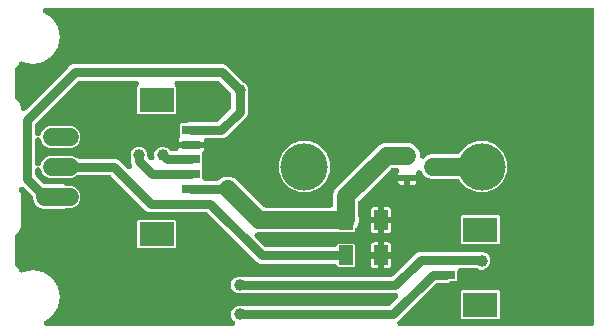
<source format=gbr>
G04 EAGLE Gerber X2 export*
%TF.Part,Single*%
%TF.FileFunction,Copper,L1,Top,Mixed*%
%TF.FilePolarity,Positive*%
%TF.GenerationSoftware,Autodesk,EAGLE,9.1.0*%
%TF.CreationDate,2020-08-17T16:38:24Z*%
G75*
%MOMM*%
%FSLAX34Y34*%
%LPD*%
%AMOC8*
5,1,8,0,0,1.08239X$1,22.5*%
G01*
%ADD10R,1.050000X0.600000*%
%ADD11R,1.600000X0.800000*%
%ADD12R,3.000000X2.100000*%
%ADD13C,1.524000*%
%ADD14R,1.160000X1.680000*%
%ADD15C,1.000000*%
%ADD16C,0.800000*%
%ADD17C,1.500000*%
%ADD18C,0.500000*%
%ADD19C,4.000000*%

G36*
X189036Y10178D02*
X189036Y10178D01*
X189173Y10181D01*
X189258Y10198D01*
X189345Y10206D01*
X189477Y10242D01*
X189611Y10269D01*
X189692Y10301D01*
X189776Y10324D01*
X189899Y10383D01*
X190026Y10434D01*
X190100Y10480D01*
X190178Y10517D01*
X190289Y10598D01*
X190405Y10670D01*
X190470Y10728D01*
X190540Y10779D01*
X190635Y10878D01*
X190736Y10970D01*
X190790Y11039D01*
X190850Y11101D01*
X190925Y11215D01*
X191009Y11324D01*
X191049Y11401D01*
X191097Y11473D01*
X191151Y11599D01*
X191214Y11721D01*
X191240Y11804D01*
X191274Y11884D01*
X191305Y12017D01*
X191345Y12148D01*
X191355Y12234D01*
X191375Y12319D01*
X191382Y12455D01*
X191398Y12591D01*
X191393Y12678D01*
X191397Y12765D01*
X191380Y12900D01*
X191371Y13037D01*
X191351Y13122D01*
X191340Y13208D01*
X191298Y13338D01*
X191266Y13471D01*
X191230Y13550D01*
X191204Y13633D01*
X191140Y13754D01*
X191084Y13879D01*
X191036Y13951D01*
X190995Y14028D01*
X190910Y14136D01*
X190833Y14249D01*
X190742Y14350D01*
X190719Y14379D01*
X190701Y14395D01*
X190667Y14432D01*
X189065Y16034D01*
X187999Y18607D01*
X187999Y21393D01*
X189065Y23966D01*
X191034Y25935D01*
X193607Y27001D01*
X321065Y27001D01*
X321251Y27017D01*
X321437Y27029D01*
X321473Y27037D01*
X321510Y27041D01*
X321690Y27090D01*
X321871Y27134D01*
X321905Y27149D01*
X321941Y27159D01*
X322109Y27240D01*
X322279Y27316D01*
X322310Y27336D01*
X322343Y27352D01*
X322494Y27462D01*
X322649Y27567D01*
X322686Y27601D01*
X322705Y27614D01*
X322731Y27641D01*
X322832Y27733D01*
X328832Y33733D01*
X328920Y33838D01*
X329015Y33936D01*
X329063Y34009D01*
X329119Y34076D01*
X329186Y34194D01*
X329262Y34308D01*
X329296Y34388D01*
X329339Y34464D01*
X329385Y34593D01*
X329439Y34719D01*
X329459Y34803D01*
X329488Y34885D01*
X329509Y35021D01*
X329540Y35154D01*
X329544Y35240D01*
X329558Y35326D01*
X329555Y35463D01*
X329562Y35600D01*
X329551Y35686D01*
X329549Y35773D01*
X329522Y35907D01*
X329505Y36043D01*
X329478Y36126D01*
X329461Y36211D01*
X329411Y36338D01*
X329369Y36468D01*
X329328Y36545D01*
X329296Y36626D01*
X329224Y36742D01*
X329160Y36863D01*
X329106Y36931D01*
X329060Y37005D01*
X328968Y37107D01*
X328884Y37214D01*
X328819Y37272D01*
X328760Y37336D01*
X328652Y37420D01*
X328549Y37511D01*
X328475Y37556D01*
X328406Y37609D01*
X328285Y37672D01*
X328168Y37743D01*
X328087Y37774D01*
X328009Y37814D01*
X327879Y37854D01*
X327751Y37903D01*
X327665Y37920D01*
X327582Y37945D01*
X327447Y37961D01*
X327312Y37987D01*
X327176Y37994D01*
X327139Y37998D01*
X327115Y37997D01*
X327065Y37999D01*
X193607Y37999D01*
X191034Y39065D01*
X189065Y41034D01*
X187999Y43607D01*
X187999Y46393D01*
X189065Y48966D01*
X191034Y50935D01*
X193607Y52001D01*
X323065Y52001D01*
X323251Y52017D01*
X323437Y52029D01*
X323473Y52037D01*
X323510Y52041D01*
X323690Y52090D01*
X323871Y52134D01*
X323905Y52149D01*
X323941Y52159D01*
X324109Y52240D01*
X324279Y52316D01*
X324310Y52336D01*
X324343Y52352D01*
X324494Y52462D01*
X324649Y52567D01*
X324686Y52601D01*
X324705Y52614D01*
X324731Y52641D01*
X324832Y52733D01*
X341964Y69864D01*
X344284Y72185D01*
X346857Y73251D01*
X401393Y73251D01*
X403966Y72185D01*
X405935Y70216D01*
X407001Y67643D01*
X407001Y63607D01*
X405935Y61034D01*
X403966Y59065D01*
X401393Y57999D01*
X398607Y57999D01*
X396049Y59059D01*
X395912Y59102D01*
X395779Y59153D01*
X395699Y59168D01*
X395623Y59192D01*
X395481Y59210D01*
X395340Y59237D01*
X395217Y59243D01*
X395179Y59248D01*
X395153Y59246D01*
X395093Y59249D01*
X382024Y59249D01*
X381974Y59245D01*
X381924Y59247D01*
X381752Y59225D01*
X381579Y59209D01*
X381531Y59196D01*
X381481Y59190D01*
X381316Y59137D01*
X381148Y59091D01*
X381103Y59069D01*
X381056Y59054D01*
X380902Y58973D01*
X380746Y58898D01*
X380705Y58868D01*
X380661Y58845D01*
X380524Y58738D01*
X380384Y58636D01*
X380349Y58600D01*
X380310Y58569D01*
X380194Y58439D01*
X380074Y58314D01*
X380047Y58272D01*
X380013Y58234D01*
X379923Y58086D01*
X379827Y57942D01*
X379807Y57896D01*
X379781Y57853D01*
X379719Y57691D01*
X379650Y57531D01*
X379639Y57483D01*
X379621Y57436D01*
X379588Y57265D01*
X379549Y57096D01*
X379546Y57046D01*
X379537Y56997D01*
X379525Y56750D01*
X379525Y49118D01*
X378632Y48225D01*
X375411Y48225D01*
X375225Y48209D01*
X375039Y48197D01*
X375003Y48189D01*
X374966Y48185D01*
X374786Y48136D01*
X374605Y48092D01*
X374571Y48077D01*
X374535Y48067D01*
X374367Y47986D01*
X374208Y47915D01*
X371393Y46749D01*
X362685Y46749D01*
X362499Y46733D01*
X362313Y46721D01*
X362277Y46713D01*
X362240Y46709D01*
X362060Y46660D01*
X361879Y46616D01*
X361845Y46601D01*
X361809Y46591D01*
X361641Y46510D01*
X361471Y46434D01*
X361440Y46414D01*
X361407Y46398D01*
X361256Y46288D01*
X361101Y46183D01*
X361064Y46149D01*
X361045Y46136D01*
X361019Y46109D01*
X360918Y46017D01*
X331286Y16386D01*
X329333Y14432D01*
X329245Y14327D01*
X329150Y14229D01*
X329102Y14156D01*
X329046Y14089D01*
X328979Y13970D01*
X328903Y13857D01*
X328869Y13777D01*
X328826Y13701D01*
X328780Y13572D01*
X328726Y13446D01*
X328706Y13362D01*
X328677Y13280D01*
X328656Y13144D01*
X328625Y13011D01*
X328621Y12925D01*
X328607Y12839D01*
X328610Y12702D01*
X328603Y12565D01*
X328614Y12479D01*
X328616Y12392D01*
X328643Y12258D01*
X328660Y12122D01*
X328687Y12039D01*
X328704Y11954D01*
X328754Y11827D01*
X328796Y11697D01*
X328837Y11620D01*
X328869Y11539D01*
X328941Y11423D01*
X329005Y11302D01*
X329059Y11234D01*
X329105Y11160D01*
X329197Y11058D01*
X329281Y10951D01*
X329346Y10893D01*
X329405Y10829D01*
X329513Y10745D01*
X329616Y10654D01*
X329690Y10609D01*
X329759Y10556D01*
X329880Y10493D01*
X329997Y10422D01*
X330078Y10391D01*
X330156Y10351D01*
X330286Y10311D01*
X330414Y10262D01*
X330500Y10245D01*
X330583Y10220D01*
X330718Y10204D01*
X330853Y10178D01*
X330989Y10171D01*
X331026Y10167D01*
X331050Y10168D01*
X331100Y10166D01*
X493000Y10166D01*
X493050Y10170D01*
X493100Y10168D01*
X493272Y10190D01*
X493445Y10206D01*
X493493Y10219D01*
X493543Y10225D01*
X493708Y10278D01*
X493876Y10324D01*
X493921Y10346D01*
X493968Y10361D01*
X494122Y10442D01*
X494278Y10517D01*
X494319Y10547D01*
X494363Y10570D01*
X494500Y10677D01*
X494640Y10779D01*
X494675Y10815D01*
X494714Y10846D01*
X494830Y10976D01*
X494950Y11101D01*
X494977Y11143D01*
X495011Y11181D01*
X495101Y11329D01*
X495197Y11473D01*
X495217Y11519D01*
X495243Y11562D01*
X495305Y11724D01*
X495374Y11884D01*
X495385Y11932D01*
X495403Y11979D01*
X495436Y12150D01*
X495475Y12319D01*
X495478Y12369D01*
X495487Y12418D01*
X495499Y12665D01*
X495499Y277335D01*
X495495Y277385D01*
X495497Y277435D01*
X495475Y277607D01*
X495459Y277780D01*
X495446Y277828D01*
X495440Y277878D01*
X495387Y278043D01*
X495341Y278211D01*
X495319Y278256D01*
X495304Y278303D01*
X495223Y278457D01*
X495148Y278613D01*
X495118Y278654D01*
X495095Y278698D01*
X494988Y278835D01*
X494886Y278975D01*
X494850Y279010D01*
X494819Y279049D01*
X494689Y279165D01*
X494564Y279285D01*
X494522Y279312D01*
X494484Y279346D01*
X494336Y279436D01*
X494192Y279532D01*
X494146Y279552D01*
X494103Y279578D01*
X493941Y279640D01*
X493781Y279709D01*
X493733Y279720D01*
X493686Y279738D01*
X493515Y279771D01*
X493346Y279810D01*
X493296Y279813D01*
X493247Y279822D01*
X493000Y279834D01*
X30875Y279834D01*
X30717Y279820D01*
X30558Y279814D01*
X30495Y279800D01*
X30430Y279794D01*
X30277Y279752D01*
X30122Y279718D01*
X30062Y279693D01*
X29999Y279676D01*
X29856Y279607D01*
X29710Y279546D01*
X29655Y279511D01*
X29596Y279483D01*
X29468Y279390D01*
X29335Y279304D01*
X29287Y279259D01*
X29234Y279221D01*
X29125Y279106D01*
X29009Y278998D01*
X28970Y278946D01*
X28925Y278899D01*
X28837Y278767D01*
X28743Y278639D01*
X28714Y278581D01*
X28678Y278527D01*
X28615Y278381D01*
X28545Y278239D01*
X28526Y278176D01*
X28501Y278116D01*
X28465Y277962D01*
X28421Y277810D01*
X28414Y277745D01*
X28399Y277681D01*
X28392Y277523D01*
X28375Y277365D01*
X28381Y277300D01*
X28377Y277235D01*
X28398Y277078D01*
X28410Y276920D01*
X28427Y276857D01*
X28435Y276792D01*
X28483Y276641D01*
X28523Y276488D01*
X28551Y276429D01*
X28571Y276367D01*
X28645Y276227D01*
X28712Y276083D01*
X28749Y276030D01*
X28780Y275972D01*
X28878Y275847D01*
X28969Y275718D01*
X29015Y275672D01*
X29056Y275621D01*
X29175Y275516D01*
X29287Y275404D01*
X29364Y275348D01*
X29390Y275324D01*
X29418Y275307D01*
X29486Y275257D01*
X36242Y270742D01*
X41145Y263405D01*
X42867Y254750D01*
X41145Y246095D01*
X36242Y238758D01*
X28905Y233855D01*
X20250Y232133D01*
X11545Y233865D01*
X11477Y233906D01*
X11427Y233925D01*
X11379Y233951D01*
X11218Y234004D01*
X11060Y234065D01*
X11006Y234075D01*
X10955Y234092D01*
X10788Y234116D01*
X10620Y234147D01*
X10567Y234147D01*
X10513Y234155D01*
X10344Y234148D01*
X10174Y234149D01*
X10121Y234140D01*
X10067Y234138D01*
X9901Y234102D01*
X9734Y234072D01*
X9683Y234054D01*
X9631Y234042D01*
X9474Y233977D01*
X9314Y233918D01*
X9268Y233891D01*
X9218Y233870D01*
X9075Y233778D01*
X8929Y233692D01*
X8889Y233657D01*
X8843Y233628D01*
X8719Y233511D01*
X8591Y233401D01*
X8557Y233359D01*
X8517Y233322D01*
X8416Y233186D01*
X8309Y233054D01*
X8283Y233007D01*
X8251Y232963D01*
X8176Y232811D01*
X8094Y232662D01*
X8067Y232591D01*
X8053Y232563D01*
X8043Y232528D01*
X8006Y232431D01*
X7927Y232190D01*
X4978Y228130D01*
X4868Y227946D01*
X4757Y227764D01*
X4754Y227755D01*
X4749Y227747D01*
X4674Y227547D01*
X4597Y227347D01*
X4595Y227338D01*
X4592Y227329D01*
X4554Y227121D01*
X4513Y226908D01*
X4512Y226896D01*
X4511Y226889D01*
X4511Y226871D01*
X4501Y226661D01*
X4501Y204411D01*
X4517Y204225D01*
X4529Y204039D01*
X4537Y204003D01*
X4541Y203966D01*
X4590Y203786D01*
X4634Y203605D01*
X4649Y203571D01*
X4659Y203535D01*
X4740Y203367D01*
X4816Y203197D01*
X4836Y203166D01*
X4852Y203133D01*
X4962Y202982D01*
X5067Y202827D01*
X5101Y202790D01*
X5114Y202771D01*
X5141Y202745D01*
X5233Y202644D01*
X8118Y199758D01*
X9666Y196022D01*
X9666Y194815D01*
X9678Y194679D01*
X9681Y194542D01*
X9698Y194457D01*
X9706Y194370D01*
X9742Y194238D01*
X9769Y194104D01*
X9801Y194023D01*
X9824Y193939D01*
X9883Y193816D01*
X9934Y193689D01*
X9980Y193615D01*
X10017Y193537D01*
X10098Y193426D01*
X10170Y193310D01*
X10228Y193245D01*
X10279Y193175D01*
X10378Y193080D01*
X10470Y192979D01*
X10539Y192925D01*
X10601Y192865D01*
X10715Y192790D01*
X10824Y192706D01*
X10901Y192666D01*
X10973Y192618D01*
X11099Y192564D01*
X11221Y192501D01*
X11304Y192476D01*
X11384Y192441D01*
X11517Y192410D01*
X11648Y192370D01*
X11734Y192360D01*
X11819Y192340D01*
X11955Y192333D01*
X12091Y192317D01*
X12178Y192322D01*
X12265Y192318D01*
X12400Y192335D01*
X12537Y192344D01*
X12622Y192364D01*
X12708Y192375D01*
X12838Y192417D01*
X12971Y192449D01*
X13050Y192485D01*
X13133Y192511D01*
X13254Y192575D01*
X13379Y192631D01*
X13451Y192679D01*
X13528Y192720D01*
X13636Y192805D01*
X13749Y192882D01*
X13850Y192974D01*
X13879Y192996D01*
X13895Y193014D01*
X13932Y193048D01*
X49499Y228614D01*
X51819Y230935D01*
X54392Y232001D01*
X181393Y232001D01*
X183966Y230935D01*
X198614Y216286D01*
X200935Y213966D01*
X202001Y211393D01*
X202001Y190107D01*
X200935Y187534D01*
X198614Y185214D01*
X186036Y172636D01*
X183716Y170315D01*
X181143Y169249D01*
X167040Y169249D01*
X166990Y169245D01*
X166940Y169247D01*
X166768Y169225D01*
X166595Y169209D01*
X166547Y169196D01*
X166497Y169190D01*
X166332Y169137D01*
X166164Y169091D01*
X166119Y169069D01*
X166072Y169054D01*
X165918Y168973D01*
X165762Y168898D01*
X165721Y168868D01*
X165677Y168845D01*
X165540Y168738D01*
X165400Y168636D01*
X165365Y168600D01*
X165326Y168569D01*
X165210Y168439D01*
X165090Y168314D01*
X165063Y168272D01*
X165029Y168234D01*
X164939Y168086D01*
X164843Y167942D01*
X164823Y167896D01*
X164797Y167853D01*
X164735Y167691D01*
X164666Y167531D01*
X164655Y167483D01*
X164637Y167436D01*
X164604Y167265D01*
X164565Y167096D01*
X164562Y167046D01*
X164553Y166997D01*
X164541Y166750D01*
X164541Y166249D01*
X154000Y166249D01*
X143459Y166249D01*
X143459Y168084D01*
X143632Y168731D01*
X144131Y169595D01*
X144155Y169646D01*
X144219Y169751D01*
X144231Y169783D01*
X144249Y169814D01*
X144299Y169957D01*
X144319Y170000D01*
X144329Y170036D01*
X144379Y170168D01*
X144386Y170202D01*
X144397Y170235D01*
X144425Y170407D01*
X144432Y170433D01*
X144434Y170452D01*
X144463Y170606D01*
X144465Y170654D01*
X144469Y170676D01*
X144468Y170712D01*
X144475Y170854D01*
X144475Y180882D01*
X145368Y181775D01*
X148589Y181775D01*
X148775Y181791D01*
X148961Y181803D01*
X148997Y181811D01*
X149034Y181815D01*
X149214Y181864D01*
X149395Y181908D01*
X149429Y181923D01*
X149465Y181933D01*
X149633Y182014D01*
X149792Y182085D01*
X152607Y183251D01*
X175815Y183251D01*
X176001Y183267D01*
X176187Y183279D01*
X176223Y183287D01*
X176260Y183291D01*
X176440Y183340D01*
X176621Y183384D01*
X176655Y183399D01*
X176691Y183409D01*
X176859Y183490D01*
X177029Y183566D01*
X177060Y183586D01*
X177093Y183602D01*
X177245Y183712D01*
X177399Y183817D01*
X177436Y183851D01*
X177455Y183864D01*
X177481Y183891D01*
X177582Y183983D01*
X187267Y193668D01*
X187387Y193811D01*
X187511Y193951D01*
X187530Y193982D01*
X187554Y194011D01*
X187646Y194173D01*
X187743Y194332D01*
X187756Y194367D01*
X187774Y194399D01*
X187836Y194575D01*
X187903Y194749D01*
X187910Y194785D01*
X187923Y194820D01*
X187952Y195005D01*
X187987Y195188D01*
X187990Y195238D01*
X187993Y195261D01*
X187992Y195298D01*
X187999Y195435D01*
X187999Y206065D01*
X187983Y206251D01*
X187971Y206437D01*
X187963Y206473D01*
X187959Y206510D01*
X187910Y206690D01*
X187866Y206871D01*
X187851Y206905D01*
X187841Y206941D01*
X187760Y207109D01*
X187684Y207279D01*
X187664Y207310D01*
X187648Y207343D01*
X187538Y207495D01*
X187433Y207649D01*
X187399Y207686D01*
X187386Y207705D01*
X187359Y207731D01*
X187267Y207832D01*
X177832Y217267D01*
X177689Y217387D01*
X177549Y217511D01*
X177518Y217530D01*
X177489Y217554D01*
X177327Y217646D01*
X177168Y217743D01*
X177133Y217756D01*
X177101Y217774D01*
X176925Y217836D01*
X176751Y217903D01*
X176715Y217910D01*
X176680Y217923D01*
X176495Y217952D01*
X176312Y217987D01*
X176262Y217990D01*
X176239Y217993D01*
X176202Y217992D01*
X176065Y217999D01*
X142441Y217999D01*
X142304Y217987D01*
X142168Y217984D01*
X142083Y217967D01*
X141996Y217959D01*
X141864Y217923D01*
X141730Y217896D01*
X141649Y217864D01*
X141565Y217841D01*
X141442Y217782D01*
X141315Y217731D01*
X141241Y217685D01*
X141162Y217648D01*
X141051Y217567D01*
X140935Y217495D01*
X140871Y217437D01*
X140801Y217386D01*
X140706Y217287D01*
X140604Y217195D01*
X140551Y217126D01*
X140491Y217064D01*
X140415Y216950D01*
X140332Y216841D01*
X140292Y216764D01*
X140244Y216692D01*
X140190Y216566D01*
X140127Y216444D01*
X140101Y216361D01*
X140067Y216281D01*
X140036Y216149D01*
X139996Y216017D01*
X139985Y215931D01*
X139966Y215846D01*
X139959Y215710D01*
X139943Y215574D01*
X139948Y215487D01*
X139943Y215400D01*
X139961Y215265D01*
X139969Y215128D01*
X139990Y215043D01*
X140001Y214957D01*
X140043Y214827D01*
X140075Y214694D01*
X140110Y214614D01*
X140137Y214532D01*
X140201Y214411D01*
X140256Y214286D01*
X140305Y214214D01*
X140346Y214137D01*
X140430Y214029D01*
X140507Y213916D01*
X140599Y213815D01*
X140622Y213786D01*
X140640Y213770D01*
X140674Y213733D01*
X141525Y212882D01*
X141525Y190618D01*
X140632Y189725D01*
X109368Y189725D01*
X108475Y190618D01*
X108475Y212882D01*
X109326Y213733D01*
X109414Y213838D01*
X109509Y213936D01*
X109557Y214009D01*
X109613Y214076D01*
X109680Y214195D01*
X109756Y214308D01*
X109791Y214388D01*
X109834Y214464D01*
X109879Y214593D01*
X109933Y214719D01*
X109953Y214803D01*
X109982Y214885D01*
X110003Y215020D01*
X110034Y215154D01*
X110039Y215240D01*
X110052Y215326D01*
X110050Y215463D01*
X110057Y215600D01*
X110045Y215686D01*
X110044Y215773D01*
X110017Y215907D01*
X109999Y216043D01*
X109972Y216126D01*
X109955Y216211D01*
X109905Y216338D01*
X109863Y216468D01*
X109823Y216545D01*
X109790Y216626D01*
X109718Y216742D01*
X109654Y216863D01*
X109600Y216931D01*
X109554Y217005D01*
X109463Y217107D01*
X109378Y217214D01*
X109313Y217272D01*
X109255Y217336D01*
X109146Y217420D01*
X109044Y217511D01*
X108969Y217556D01*
X108901Y217609D01*
X108779Y217672D01*
X108662Y217743D01*
X108581Y217774D01*
X108504Y217814D01*
X108373Y217854D01*
X108245Y217903D01*
X108160Y217920D01*
X108077Y217945D01*
X107941Y217961D01*
X107806Y217987D01*
X107670Y217994D01*
X107633Y217998D01*
X107610Y217997D01*
X107559Y217999D01*
X59720Y217999D01*
X59534Y217983D01*
X59348Y217971D01*
X59312Y217963D01*
X59275Y217959D01*
X59095Y217910D01*
X58914Y217866D01*
X58880Y217851D01*
X58844Y217841D01*
X58676Y217760D01*
X58506Y217684D01*
X58475Y217664D01*
X58442Y217648D01*
X58291Y217538D01*
X58136Y217433D01*
X58099Y217399D01*
X58080Y217386D01*
X58054Y217359D01*
X57953Y217267D01*
X22733Y182047D01*
X22613Y181904D01*
X22489Y181764D01*
X22470Y181733D01*
X22446Y181704D01*
X22354Y181542D01*
X22257Y181383D01*
X22244Y181348D01*
X22226Y181316D01*
X22164Y181140D01*
X22097Y180966D01*
X22090Y180930D01*
X22077Y180895D01*
X22048Y180710D01*
X22013Y180527D01*
X22010Y180477D01*
X22007Y180454D01*
X22008Y180417D01*
X22001Y180280D01*
X22001Y173353D01*
X22017Y173174D01*
X22027Y172994D01*
X22037Y172952D01*
X22041Y172908D01*
X22089Y172735D01*
X22130Y172560D01*
X22148Y172520D01*
X22159Y172478D01*
X22237Y172315D01*
X22309Y172150D01*
X22333Y172114D01*
X22352Y172075D01*
X22458Y171929D01*
X22558Y171780D01*
X22589Y171748D01*
X22614Y171713D01*
X22744Y171589D01*
X22870Y171459D01*
X22905Y171434D01*
X22936Y171404D01*
X23086Y171304D01*
X23233Y171199D01*
X23272Y171181D01*
X23308Y171156D01*
X23474Y171085D01*
X23637Y171008D01*
X23679Y170997D01*
X23719Y170979D01*
X23893Y170939D01*
X24068Y170892D01*
X24111Y170888D01*
X24154Y170878D01*
X24333Y170869D01*
X24513Y170854D01*
X24556Y170858D01*
X24600Y170856D01*
X24778Y170879D01*
X24958Y170896D01*
X25000Y170908D01*
X25043Y170914D01*
X25215Y170969D01*
X25388Y171017D01*
X25427Y171036D01*
X25468Y171049D01*
X25627Y171134D01*
X25789Y171212D01*
X25825Y171238D01*
X25863Y171259D01*
X26005Y171370D01*
X26150Y171476D01*
X26180Y171508D01*
X26214Y171535D01*
X26334Y171670D01*
X26458Y171800D01*
X26482Y171836D01*
X26511Y171869D01*
X26604Y172023D01*
X26703Y172173D01*
X26729Y172228D01*
X26743Y172251D01*
X26756Y172285D01*
X26809Y172397D01*
X28127Y175580D01*
X30700Y178153D01*
X34061Y179545D01*
X52939Y179545D01*
X56300Y178153D01*
X58873Y175580D01*
X60265Y172219D01*
X60265Y168581D01*
X58873Y165220D01*
X56300Y162647D01*
X52939Y161255D01*
X34061Y161255D01*
X30700Y162647D01*
X28127Y165220D01*
X26809Y168403D01*
X26726Y168562D01*
X26648Y168725D01*
X26622Y168760D01*
X26602Y168799D01*
X26491Y168941D01*
X26386Y169087D01*
X26354Y169117D01*
X26328Y169151D01*
X26193Y169272D01*
X26064Y169396D01*
X26027Y169420D01*
X25995Y169449D01*
X25841Y169544D01*
X25692Y169644D01*
X25652Y169661D01*
X25614Y169684D01*
X25447Y169749D01*
X25281Y169821D01*
X25239Y169830D01*
X25198Y169846D01*
X25021Y169881D01*
X24846Y169922D01*
X24803Y169924D01*
X24760Y169932D01*
X24580Y169935D01*
X24400Y169944D01*
X24357Y169938D01*
X24313Y169939D01*
X24135Y169909D01*
X23957Y169886D01*
X23916Y169873D01*
X23873Y169866D01*
X23703Y169805D01*
X23532Y169751D01*
X23493Y169730D01*
X23452Y169716D01*
X23296Y169626D01*
X23137Y169541D01*
X23103Y169515D01*
X23065Y169493D01*
X22927Y169377D01*
X22786Y169265D01*
X22757Y169233D01*
X22724Y169205D01*
X22609Y169066D01*
X22489Y168931D01*
X22467Y168894D01*
X22439Y168860D01*
X22351Y168703D01*
X22257Y168549D01*
X22242Y168509D01*
X22220Y168471D01*
X22161Y168301D01*
X22097Y168133D01*
X22089Y168090D01*
X22074Y168049D01*
X22047Y167871D01*
X22013Y167694D01*
X22010Y167634D01*
X22006Y167607D01*
X22007Y167570D01*
X22001Y167447D01*
X22001Y147953D01*
X22017Y147774D01*
X22027Y147594D01*
X22037Y147552D01*
X22041Y147508D01*
X22089Y147335D01*
X22130Y147160D01*
X22148Y147120D01*
X22159Y147078D01*
X22237Y146915D01*
X22309Y146750D01*
X22333Y146714D01*
X22352Y146675D01*
X22458Y146529D01*
X22558Y146380D01*
X22589Y146348D01*
X22614Y146313D01*
X22744Y146189D01*
X22870Y146059D01*
X22905Y146034D01*
X22936Y146004D01*
X23086Y145904D01*
X23233Y145799D01*
X23272Y145781D01*
X23308Y145756D01*
X23474Y145685D01*
X23637Y145608D01*
X23679Y145597D01*
X23719Y145579D01*
X23893Y145539D01*
X24068Y145492D01*
X24111Y145488D01*
X24154Y145478D01*
X24333Y145469D01*
X24513Y145454D01*
X24556Y145458D01*
X24600Y145456D01*
X24778Y145479D01*
X24958Y145496D01*
X25000Y145508D01*
X25043Y145514D01*
X25215Y145569D01*
X25388Y145617D01*
X25427Y145636D01*
X25468Y145649D01*
X25627Y145734D01*
X25789Y145812D01*
X25825Y145838D01*
X25863Y145859D01*
X26005Y145970D01*
X26150Y146076D01*
X26180Y146108D01*
X26214Y146135D01*
X26334Y146270D01*
X26458Y146400D01*
X26482Y146436D01*
X26511Y146469D01*
X26604Y146623D01*
X26703Y146773D01*
X26729Y146828D01*
X26743Y146851D01*
X26756Y146885D01*
X26809Y146997D01*
X28127Y150180D01*
X30700Y152753D01*
X34061Y154145D01*
X52939Y154145D01*
X56300Y152753D01*
X56320Y152733D01*
X56463Y152613D01*
X56603Y152489D01*
X56634Y152470D01*
X56663Y152446D01*
X56825Y152354D01*
X56984Y152257D01*
X57019Y152244D01*
X57051Y152226D01*
X57227Y152164D01*
X57401Y152097D01*
X57438Y152090D01*
X57472Y152077D01*
X57657Y152048D01*
X57840Y152013D01*
X57890Y152010D01*
X57914Y152007D01*
X57950Y152008D01*
X58087Y152001D01*
X90143Y152001D01*
X92716Y150935D01*
X95036Y148614D01*
X95037Y148614D01*
X99741Y143910D01*
X99879Y143794D01*
X100013Y143674D01*
X100050Y143651D01*
X100083Y143624D01*
X100240Y143535D01*
X100393Y143440D01*
X100434Y143424D01*
X100472Y143403D01*
X100642Y143343D01*
X100809Y143277D01*
X100852Y143269D01*
X100893Y143255D01*
X101071Y143226D01*
X101248Y143191D01*
X101291Y143191D01*
X101334Y143184D01*
X101514Y143187D01*
X101694Y143185D01*
X101737Y143192D01*
X101781Y143193D01*
X101957Y143228D01*
X102135Y143258D01*
X102176Y143272D01*
X102219Y143281D01*
X102386Y143348D01*
X102556Y143408D01*
X102593Y143430D01*
X102634Y143446D01*
X102787Y143541D01*
X102943Y143631D01*
X102976Y143659D01*
X103013Y143682D01*
X103147Y143803D01*
X103284Y143919D01*
X103312Y143953D01*
X103344Y143982D01*
X103454Y144124D01*
X103569Y144263D01*
X103590Y144302D01*
X103617Y144336D01*
X103699Y144495D01*
X103788Y144653D01*
X103802Y144694D01*
X103822Y144733D01*
X103875Y144905D01*
X103934Y145075D01*
X103940Y145118D01*
X103953Y145160D01*
X103974Y145338D01*
X104002Y145516D01*
X104001Y145560D01*
X104006Y145603D01*
X103995Y145783D01*
X103991Y145963D01*
X103982Y146006D01*
X103979Y146049D01*
X103937Y146224D01*
X103900Y146400D01*
X103880Y146457D01*
X103874Y146483D01*
X103858Y146518D01*
X103817Y146634D01*
X102999Y148607D01*
X102999Y156393D01*
X104065Y158966D01*
X106034Y160935D01*
X108607Y162001D01*
X111393Y162001D01*
X113966Y160935D01*
X115935Y158966D01*
X117001Y156393D01*
X117001Y153935D01*
X117017Y153749D01*
X117029Y153563D01*
X117037Y153527D01*
X117041Y153490D01*
X117090Y153310D01*
X117134Y153129D01*
X117149Y153095D01*
X117159Y153059D01*
X117240Y152891D01*
X117316Y152721D01*
X117336Y152690D01*
X117352Y152657D01*
X117462Y152505D01*
X117567Y152351D01*
X117600Y152314D01*
X117614Y152295D01*
X117641Y152269D01*
X117733Y152168D01*
X118857Y151044D01*
X118995Y150928D01*
X119129Y150808D01*
X119166Y150785D01*
X119200Y150757D01*
X119356Y150668D01*
X119510Y150574D01*
X119550Y150558D01*
X119588Y150537D01*
X119758Y150477D01*
X119926Y150411D01*
X119968Y150403D01*
X120009Y150389D01*
X120187Y150360D01*
X120364Y150325D01*
X120407Y150325D01*
X120450Y150318D01*
X120630Y150321D01*
X120811Y150319D01*
X120854Y150326D01*
X120897Y150327D01*
X121073Y150362D01*
X121251Y150392D01*
X121292Y150406D01*
X121335Y150415D01*
X121502Y150481D01*
X121672Y150542D01*
X121710Y150564D01*
X121750Y150580D01*
X121903Y150675D01*
X122059Y150765D01*
X122092Y150793D01*
X122129Y150816D01*
X122263Y150937D01*
X122400Y151053D01*
X122428Y151087D01*
X122460Y151116D01*
X122570Y151258D01*
X122685Y151397D01*
X122706Y151435D01*
X122733Y151470D01*
X122816Y151630D01*
X122904Y151787D01*
X122918Y151828D01*
X122938Y151867D01*
X122991Y152039D01*
X123050Y152209D01*
X123056Y152252D01*
X123069Y152294D01*
X123090Y152472D01*
X123118Y152650D01*
X123117Y152694D01*
X123122Y152737D01*
X123111Y152917D01*
X123107Y153097D01*
X123098Y153140D01*
X123095Y153183D01*
X123053Y153358D01*
X123016Y153534D01*
X122999Y153582D01*
X122999Y156393D01*
X124065Y158966D01*
X126034Y160935D01*
X128607Y162001D01*
X131393Y162001D01*
X133966Y160935D01*
X135918Y158983D01*
X136061Y158863D01*
X136201Y158739D01*
X136232Y158720D01*
X136261Y158696D01*
X136423Y158604D01*
X136582Y158507D01*
X136617Y158494D01*
X136649Y158476D01*
X136825Y158414D01*
X136999Y158347D01*
X137035Y158340D01*
X137070Y158327D01*
X137255Y158298D01*
X137438Y158263D01*
X137488Y158260D01*
X137511Y158257D01*
X137548Y158258D01*
X137685Y158251D01*
X140960Y158251D01*
X141010Y158255D01*
X141060Y158253D01*
X141232Y158275D01*
X141405Y158291D01*
X141453Y158304D01*
X141503Y158310D01*
X141668Y158363D01*
X141836Y158409D01*
X141881Y158431D01*
X141928Y158446D01*
X142082Y158527D01*
X142238Y158602D01*
X142279Y158632D01*
X142323Y158655D01*
X142459Y158762D01*
X142600Y158864D01*
X142635Y158900D01*
X142674Y158931D01*
X142790Y159061D01*
X142910Y159186D01*
X142937Y159228D01*
X142971Y159266D01*
X143061Y159414D01*
X143157Y159558D01*
X143177Y159604D01*
X143203Y159647D01*
X143265Y159809D01*
X143334Y159969D01*
X143345Y160017D01*
X143363Y160064D01*
X143396Y160235D01*
X143435Y160404D01*
X143438Y160454D01*
X143447Y160503D01*
X143459Y160750D01*
X143459Y161251D01*
X154000Y161251D01*
X164541Y161251D01*
X164541Y159416D01*
X164368Y158769D01*
X163869Y157905D01*
X163845Y157854D01*
X163781Y157749D01*
X163769Y157717D01*
X163751Y157686D01*
X163701Y157543D01*
X163681Y157500D01*
X163671Y157464D01*
X163621Y157332D01*
X163614Y157298D01*
X163603Y157265D01*
X163575Y157093D01*
X163568Y157067D01*
X163566Y157048D01*
X163537Y156894D01*
X163535Y156846D01*
X163531Y156824D01*
X163532Y156788D01*
X163525Y156646D01*
X163525Y146592D01*
X163498Y146558D01*
X163387Y146424D01*
X163363Y146381D01*
X163332Y146341D01*
X163252Y146187D01*
X163166Y146036D01*
X163150Y145989D01*
X163127Y145944D01*
X163076Y145779D01*
X163018Y145615D01*
X163010Y145565D01*
X162996Y145517D01*
X162975Y145345D01*
X162948Y145174D01*
X162949Y145124D01*
X162943Y145074D01*
X162953Y144901D01*
X162956Y144727D01*
X162966Y144678D01*
X162969Y144628D01*
X163010Y144460D01*
X163045Y144289D01*
X163063Y144243D01*
X163075Y144194D01*
X163145Y144036D01*
X163210Y143874D01*
X163236Y143831D01*
X163256Y143786D01*
X163354Y143642D01*
X163446Y143495D01*
X163479Y143458D01*
X163507Y143416D01*
X163525Y143397D01*
X163525Y135750D01*
X163529Y135700D01*
X163527Y135650D01*
X163549Y135478D01*
X163565Y135305D01*
X163578Y135257D01*
X163584Y135207D01*
X163637Y135042D01*
X163683Y134874D01*
X163705Y134829D01*
X163720Y134782D01*
X163801Y134628D01*
X163876Y134472D01*
X163906Y134431D01*
X163929Y134387D01*
X164036Y134250D01*
X164138Y134110D01*
X164174Y134075D01*
X164205Y134036D01*
X164335Y133920D01*
X164460Y133800D01*
X164502Y133773D01*
X164540Y133739D01*
X164688Y133649D01*
X164832Y133553D01*
X164878Y133533D01*
X164921Y133507D01*
X165083Y133445D01*
X165243Y133376D01*
X165291Y133365D01*
X165338Y133347D01*
X165509Y133314D01*
X165678Y133275D01*
X165728Y133272D01*
X165777Y133263D01*
X166024Y133251D01*
X176115Y133251D01*
X176301Y133267D01*
X176487Y133279D01*
X176523Y133287D01*
X176560Y133291D01*
X176741Y133340D01*
X176921Y133384D01*
X176955Y133399D01*
X176991Y133409D01*
X177159Y133490D01*
X177330Y133566D01*
X177360Y133586D01*
X177394Y133602D01*
X177545Y133712D01*
X177699Y133817D01*
X177736Y133851D01*
X177755Y133864D01*
X177781Y133891D01*
X177882Y133983D01*
X179052Y135152D01*
X182911Y136751D01*
X187089Y136751D01*
X190948Y135152D01*
X214868Y111233D01*
X215011Y111113D01*
X215150Y110989D01*
X215182Y110970D01*
X215210Y110946D01*
X215372Y110854D01*
X215532Y110757D01*
X215567Y110744D01*
X215599Y110726D01*
X215775Y110664D01*
X215949Y110597D01*
X215985Y110590D01*
X216020Y110577D01*
X216204Y110548D01*
X216388Y110513D01*
X216438Y110510D01*
X216461Y110507D01*
X216498Y110508D01*
X216635Y110501D01*
X272000Y110501D01*
X272050Y110505D01*
X272100Y110503D01*
X272272Y110525D01*
X272445Y110541D01*
X272493Y110554D01*
X272543Y110560D01*
X272708Y110613D01*
X272876Y110659D01*
X272921Y110681D01*
X272968Y110696D01*
X273122Y110777D01*
X273278Y110852D01*
X273319Y110882D01*
X273363Y110905D01*
X273500Y111012D01*
X273640Y111114D01*
X273675Y111150D01*
X273714Y111181D01*
X273830Y111311D01*
X273950Y111436D01*
X273977Y111478D01*
X274011Y111516D01*
X274101Y111664D01*
X274197Y111808D01*
X274217Y111854D01*
X274243Y111897D01*
X274305Y112059D01*
X274374Y112219D01*
X274385Y112267D01*
X274403Y112314D01*
X274436Y112485D01*
X274475Y112654D01*
X274478Y112704D01*
X274487Y112753D01*
X274499Y113000D01*
X274499Y122089D01*
X276098Y125948D01*
X313552Y163402D01*
X317411Y165001D01*
X339089Y165001D01*
X342948Y163402D01*
X345902Y160448D01*
X347501Y156589D01*
X347501Y154385D01*
X347513Y154248D01*
X347516Y154112D01*
X347533Y154027D01*
X347541Y153940D01*
X347577Y153808D01*
X347604Y153674D01*
X347636Y153593D01*
X347659Y153509D01*
X347718Y153386D01*
X347769Y153259D01*
X347815Y153185D01*
X347852Y153106D01*
X347933Y152995D01*
X348005Y152879D01*
X348063Y152815D01*
X348114Y152745D01*
X348213Y152650D01*
X348305Y152548D01*
X348374Y152495D01*
X348436Y152435D01*
X348550Y152359D01*
X348659Y152276D01*
X348736Y152236D01*
X348808Y152188D01*
X348934Y152134D01*
X349056Y152071D01*
X349139Y152045D01*
X349219Y152011D01*
X349351Y151980D01*
X349483Y151940D01*
X349569Y151929D01*
X349654Y151910D01*
X349790Y151903D01*
X349926Y151887D01*
X350013Y151892D01*
X350100Y151887D01*
X350235Y151905D01*
X350372Y151913D01*
X350457Y151934D01*
X350543Y151945D01*
X350673Y151987D01*
X350806Y152019D01*
X350886Y152054D01*
X350968Y152081D01*
X351089Y152145D01*
X351214Y152200D01*
X351286Y152249D01*
X351363Y152290D01*
X351471Y152374D01*
X351584Y152451D01*
X351685Y152543D01*
X351714Y152566D01*
X351730Y152584D01*
X351767Y152618D01*
X353052Y153902D01*
X356911Y155501D01*
X379381Y155501D01*
X379388Y155501D01*
X379394Y155501D01*
X379611Y155521D01*
X379826Y155541D01*
X379833Y155542D01*
X379839Y155543D01*
X380047Y155601D01*
X380257Y155659D01*
X380263Y155662D01*
X380269Y155664D01*
X380459Y155756D01*
X380660Y155852D01*
X380665Y155856D01*
X380671Y155859D01*
X380843Y155985D01*
X381022Y156114D01*
X381026Y156119D01*
X381031Y156123D01*
X381180Y156279D01*
X381331Y156436D01*
X381335Y156442D01*
X381339Y156447D01*
X381458Y156628D01*
X381578Y156808D01*
X381581Y156814D01*
X381584Y156820D01*
X381690Y157044D01*
X381752Y157193D01*
X387807Y163248D01*
X395718Y166525D01*
X404282Y166525D01*
X412193Y163248D01*
X418248Y157193D01*
X421525Y149282D01*
X421525Y140718D01*
X418248Y132807D01*
X412193Y126752D01*
X404282Y123475D01*
X395718Y123475D01*
X387807Y126752D01*
X381752Y132807D01*
X381690Y132956D01*
X381687Y132962D01*
X381685Y132968D01*
X381585Y133159D01*
X381483Y133352D01*
X381479Y133357D01*
X381476Y133363D01*
X381341Y133535D01*
X381209Y133705D01*
X381204Y133709D01*
X381200Y133714D01*
X381036Y133860D01*
X380876Y134003D01*
X380871Y134006D01*
X380866Y134011D01*
X380680Y134123D01*
X380496Y134237D01*
X380490Y134239D01*
X380484Y134243D01*
X380280Y134322D01*
X380080Y134400D01*
X380074Y134401D01*
X380067Y134403D01*
X379852Y134444D01*
X379642Y134486D01*
X379635Y134486D01*
X379629Y134487D01*
X379381Y134499D01*
X356911Y134499D01*
X353052Y136098D01*
X350098Y139052D01*
X349495Y140506D01*
X349468Y140559D01*
X349447Y140616D01*
X349364Y140757D01*
X349288Y140902D01*
X349251Y140949D01*
X349221Y141001D01*
X349115Y141125D01*
X349014Y141255D01*
X348969Y141295D01*
X348930Y141340D01*
X348803Y141443D01*
X348681Y141553D01*
X348630Y141584D01*
X348583Y141622D01*
X348440Y141701D01*
X348301Y141787D01*
X348245Y141809D01*
X348192Y141838D01*
X348037Y141890D01*
X347885Y141949D01*
X347826Y141961D01*
X347769Y141980D01*
X347607Y142004D01*
X347447Y142035D01*
X347386Y142036D01*
X347327Y142045D01*
X347163Y142040D01*
X347000Y142042D01*
X346941Y142032D01*
X346880Y142030D01*
X346721Y141996D01*
X346559Y141969D01*
X346503Y141949D01*
X346444Y141936D01*
X346293Y141874D01*
X346139Y141819D01*
X346086Y141789D01*
X346031Y141766D01*
X345893Y141677D01*
X345751Y141596D01*
X345705Y141557D01*
X345655Y141525D01*
X345535Y141413D01*
X345410Y141308D01*
X345372Y141261D01*
X345328Y141220D01*
X345230Y141090D01*
X345126Y140964D01*
X345096Y140911D01*
X345060Y140863D01*
X344987Y140717D01*
X344907Y140574D01*
X344887Y140517D01*
X344860Y140463D01*
X344814Y140306D01*
X344761Y140152D01*
X344752Y140092D01*
X344735Y140034D01*
X344718Y139872D01*
X344692Y139710D01*
X344694Y139650D01*
X344688Y139590D01*
X344700Y139428D01*
X344704Y139264D01*
X344716Y139205D01*
X344720Y139145D01*
X344772Y138903D01*
X344791Y138834D01*
X344791Y137999D01*
X337000Y137999D01*
X329209Y137999D01*
X329209Y138834D01*
X329382Y139481D01*
X329827Y140250D01*
X329841Y140281D01*
X329859Y140308D01*
X329935Y140483D01*
X330015Y140656D01*
X330023Y140688D01*
X330036Y140719D01*
X330079Y140903D01*
X330127Y141088D01*
X330130Y141121D01*
X330138Y141154D01*
X330147Y141343D01*
X330161Y141533D01*
X330158Y141567D01*
X330160Y141600D01*
X330135Y141788D01*
X330116Y141978D01*
X330106Y142010D01*
X330102Y142043D01*
X330044Y142224D01*
X329991Y142407D01*
X329977Y142437D01*
X329966Y142468D01*
X329877Y142636D01*
X329793Y142807D01*
X329773Y142834D01*
X329757Y142863D01*
X329639Y143013D01*
X329526Y143165D01*
X329502Y143188D01*
X329481Y143214D01*
X329339Y143341D01*
X329200Y143470D01*
X329172Y143489D01*
X329147Y143511D01*
X328985Y143609D01*
X328825Y143713D01*
X328794Y143725D01*
X328765Y143743D01*
X328588Y143811D01*
X328412Y143884D01*
X328380Y143891D01*
X328348Y143903D01*
X328161Y143939D01*
X327976Y143980D01*
X327942Y143981D01*
X327910Y143987D01*
X327662Y143999D01*
X324885Y143999D01*
X324699Y143983D01*
X324513Y143971D01*
X324477Y143963D01*
X324440Y143959D01*
X324259Y143910D01*
X324079Y143866D01*
X324045Y143851D01*
X324009Y143841D01*
X323841Y143760D01*
X323670Y143684D01*
X323640Y143664D01*
X323606Y143648D01*
X323455Y143538D01*
X323301Y143433D01*
X323264Y143399D01*
X323245Y143386D01*
X323219Y143359D01*
X323118Y143267D01*
X296233Y116382D01*
X296113Y116239D01*
X295989Y116100D01*
X295970Y116068D01*
X295946Y116040D01*
X295854Y115878D01*
X295757Y115718D01*
X295744Y115683D01*
X295726Y115651D01*
X295664Y115475D01*
X295597Y115301D01*
X295590Y115265D01*
X295577Y115230D01*
X295548Y115046D01*
X295513Y114862D01*
X295510Y114812D01*
X295507Y114789D01*
X295508Y114752D01*
X295501Y114615D01*
X295501Y103189D01*
X295514Y103047D01*
X295517Y102904D01*
X295533Y102825D01*
X295541Y102745D01*
X295579Y102606D01*
X295608Y102466D01*
X295649Y102350D01*
X295659Y102314D01*
X295671Y102289D01*
X295691Y102233D01*
X295751Y102089D01*
X295751Y97911D01*
X294152Y94052D01*
X293307Y93206D01*
X293187Y93063D01*
X293063Y92924D01*
X293044Y92892D01*
X293020Y92864D01*
X292928Y92702D01*
X292831Y92542D01*
X292818Y92507D01*
X292800Y92475D01*
X292738Y92299D01*
X292671Y92125D01*
X292664Y92089D01*
X292651Y92054D01*
X292622Y91870D01*
X292587Y91686D01*
X292584Y91636D01*
X292581Y91613D01*
X292582Y91576D01*
X292575Y91439D01*
X292575Y90968D01*
X291682Y90075D01*
X289226Y90075D01*
X289084Y90062D01*
X288941Y90059D01*
X288862Y90043D01*
X288782Y90035D01*
X288643Y89997D01*
X288503Y89968D01*
X288387Y89927D01*
X288351Y89917D01*
X288327Y89905D01*
X288270Y89885D01*
X287339Y89499D01*
X210185Y89499D01*
X210049Y89487D01*
X209912Y89484D01*
X209827Y89467D01*
X209740Y89459D01*
X209608Y89423D01*
X209474Y89396D01*
X209393Y89364D01*
X209309Y89341D01*
X209186Y89282D01*
X209059Y89231D01*
X208985Y89185D01*
X208907Y89148D01*
X208796Y89067D01*
X208680Y88995D01*
X208615Y88937D01*
X208545Y88886D01*
X208450Y88787D01*
X208349Y88695D01*
X208295Y88626D01*
X208235Y88564D01*
X208160Y88450D01*
X208076Y88341D01*
X208036Y88264D01*
X207988Y88192D01*
X207934Y88066D01*
X207871Y87944D01*
X207846Y87861D01*
X207811Y87781D01*
X207780Y87648D01*
X207740Y87517D01*
X207730Y87431D01*
X207710Y87346D01*
X207703Y87210D01*
X207687Y87074D01*
X207692Y86987D01*
X207688Y86900D01*
X207705Y86765D01*
X207714Y86628D01*
X207734Y86543D01*
X207745Y86457D01*
X207787Y86327D01*
X207819Y86194D01*
X207855Y86115D01*
X207881Y86032D01*
X207945Y85911D01*
X208001Y85786D01*
X208049Y85714D01*
X208090Y85637D01*
X208175Y85529D01*
X208252Y85416D01*
X208343Y85315D01*
X208366Y85286D01*
X208384Y85270D01*
X208418Y85233D01*
X215918Y77733D01*
X216061Y77613D01*
X216201Y77489D01*
X216232Y77470D01*
X216261Y77446D01*
X216423Y77354D01*
X216582Y77257D01*
X216617Y77244D01*
X216649Y77226D01*
X216825Y77164D01*
X216999Y77097D01*
X217035Y77090D01*
X217070Y77077D01*
X217255Y77048D01*
X217438Y77013D01*
X217488Y77010D01*
X217511Y77007D01*
X217548Y77008D01*
X217685Y77001D01*
X275426Y77001D01*
X275476Y77005D01*
X275526Y77003D01*
X275698Y77025D01*
X275871Y77041D01*
X275919Y77054D01*
X275969Y77060D01*
X276134Y77113D01*
X276302Y77159D01*
X276347Y77181D01*
X276394Y77196D01*
X276548Y77277D01*
X276704Y77352D01*
X276745Y77382D01*
X276789Y77405D01*
X276926Y77512D01*
X277066Y77614D01*
X277101Y77650D01*
X277140Y77681D01*
X277256Y77811D01*
X277376Y77936D01*
X277403Y77978D01*
X277437Y78016D01*
X277527Y78164D01*
X277623Y78308D01*
X277643Y78354D01*
X277669Y78397D01*
X277731Y78559D01*
X277800Y78719D01*
X277811Y78767D01*
X277829Y78814D01*
X277858Y78964D01*
X278818Y79925D01*
X291682Y79925D01*
X292575Y79032D01*
X292575Y60968D01*
X291682Y60075D01*
X278818Y60075D01*
X277868Y61026D01*
X277866Y61043D01*
X277813Y61208D01*
X277767Y61376D01*
X277745Y61421D01*
X277730Y61468D01*
X277649Y61622D01*
X277574Y61778D01*
X277544Y61819D01*
X277521Y61863D01*
X277414Y62000D01*
X277312Y62140D01*
X277276Y62175D01*
X277245Y62214D01*
X277115Y62330D01*
X276990Y62450D01*
X276948Y62477D01*
X276910Y62511D01*
X276762Y62601D01*
X276618Y62697D01*
X276572Y62717D01*
X276529Y62743D01*
X276367Y62805D01*
X276207Y62874D01*
X276159Y62885D01*
X276112Y62903D01*
X275941Y62936D01*
X275772Y62975D01*
X275722Y62978D01*
X275673Y62987D01*
X275426Y62999D01*
X212357Y62999D01*
X209784Y64065D01*
X167832Y106017D01*
X167689Y106137D01*
X167549Y106261D01*
X167518Y106280D01*
X167489Y106304D01*
X167327Y106396D01*
X167168Y106493D01*
X167133Y106506D01*
X167101Y106524D01*
X166925Y106586D01*
X166751Y106653D01*
X166715Y106660D01*
X166680Y106673D01*
X166495Y106702D01*
X166312Y106737D01*
X166262Y106740D01*
X166239Y106743D01*
X166202Y106742D01*
X166065Y106749D01*
X118607Y106749D01*
X116034Y107815D01*
X86582Y137267D01*
X86439Y137387D01*
X86299Y137511D01*
X86268Y137530D01*
X86239Y137554D01*
X86077Y137646D01*
X85918Y137743D01*
X85883Y137756D01*
X85851Y137774D01*
X85675Y137836D01*
X85501Y137903D01*
X85465Y137910D01*
X85430Y137923D01*
X85245Y137952D01*
X85062Y137987D01*
X85012Y137990D01*
X84989Y137993D01*
X84952Y137992D01*
X84815Y137999D01*
X58087Y137999D01*
X57901Y137983D01*
X57715Y137971D01*
X57679Y137963D01*
X57642Y137959D01*
X57462Y137910D01*
X57281Y137866D01*
X57247Y137851D01*
X57211Y137841D01*
X57043Y137760D01*
X56873Y137684D01*
X56842Y137664D01*
X56809Y137648D01*
X56658Y137538D01*
X56503Y137433D01*
X56466Y137399D01*
X56447Y137386D01*
X56421Y137359D01*
X56320Y137267D01*
X56300Y137247D01*
X52939Y135855D01*
X34061Y135855D01*
X30700Y137247D01*
X28127Y139820D01*
X26809Y143003D01*
X26726Y143162D01*
X26648Y143325D01*
X26622Y143360D01*
X26602Y143399D01*
X26491Y143541D01*
X26386Y143687D01*
X26354Y143717D01*
X26328Y143751D01*
X26193Y143872D01*
X26064Y143996D01*
X26027Y144020D01*
X25995Y144049D01*
X25841Y144144D01*
X25692Y144244D01*
X25652Y144261D01*
X25614Y144284D01*
X25447Y144349D01*
X25281Y144421D01*
X25239Y144430D01*
X25198Y144446D01*
X25021Y144481D01*
X24846Y144522D01*
X24803Y144524D01*
X24760Y144532D01*
X24580Y144535D01*
X24400Y144544D01*
X24357Y144538D01*
X24313Y144539D01*
X24135Y144509D01*
X23957Y144486D01*
X23916Y144473D01*
X23873Y144466D01*
X23703Y144405D01*
X23532Y144351D01*
X23493Y144330D01*
X23452Y144316D01*
X23296Y144226D01*
X23137Y144141D01*
X23103Y144115D01*
X23065Y144093D01*
X22927Y143977D01*
X22786Y143865D01*
X22757Y143833D01*
X22724Y143805D01*
X22609Y143666D01*
X22489Y143531D01*
X22467Y143494D01*
X22439Y143460D01*
X22351Y143303D01*
X22257Y143149D01*
X22242Y143109D01*
X22220Y143071D01*
X22161Y142901D01*
X22097Y142733D01*
X22089Y142690D01*
X22074Y142649D01*
X22047Y142471D01*
X22013Y142294D01*
X22010Y142234D01*
X22006Y142207D01*
X22007Y142170D01*
X22001Y142047D01*
X22001Y138935D01*
X22017Y138749D01*
X22029Y138563D01*
X22037Y138527D01*
X22041Y138490D01*
X22090Y138310D01*
X22134Y138129D01*
X22149Y138095D01*
X22159Y138059D01*
X22240Y137891D01*
X22316Y137721D01*
X22336Y137690D01*
X22352Y137657D01*
X22462Y137506D01*
X22567Y137351D01*
X22601Y137314D01*
X22614Y137295D01*
X22641Y137269D01*
X22733Y137168D01*
X29068Y130833D01*
X29211Y130713D01*
X29351Y130589D01*
X29382Y130570D01*
X29411Y130546D01*
X29573Y130454D01*
X29732Y130357D01*
X29767Y130344D01*
X29799Y130326D01*
X29975Y130264D01*
X30149Y130197D01*
X30185Y130190D01*
X30220Y130177D01*
X30405Y130148D01*
X30588Y130113D01*
X30638Y130110D01*
X30661Y130107D01*
X30698Y130108D01*
X30835Y130101D01*
X45589Y130101D01*
X48403Y128935D01*
X48540Y128892D01*
X48674Y128841D01*
X48753Y128826D01*
X48829Y128802D01*
X48971Y128784D01*
X49112Y128757D01*
X49236Y128751D01*
X49273Y128746D01*
X49300Y128748D01*
X49360Y128745D01*
X52939Y128745D01*
X56300Y127353D01*
X58873Y124780D01*
X60265Y121419D01*
X60265Y117781D01*
X58873Y114420D01*
X56300Y111847D01*
X52939Y110455D01*
X49360Y110455D01*
X49217Y110442D01*
X49074Y110439D01*
X48995Y110423D01*
X48915Y110415D01*
X48776Y110377D01*
X48636Y110348D01*
X48520Y110307D01*
X48484Y110297D01*
X48460Y110285D01*
X48403Y110265D01*
X45589Y109099D01*
X28311Y109099D01*
X24452Y110698D01*
X21498Y113652D01*
X19899Y117511D01*
X19899Y119165D01*
X19883Y119351D01*
X19871Y119537D01*
X19863Y119573D01*
X19859Y119610D01*
X19810Y119790D01*
X19766Y119971D01*
X19751Y120005D01*
X19741Y120041D01*
X19660Y120209D01*
X19584Y120379D01*
X19564Y120410D01*
X19548Y120443D01*
X19438Y120594D01*
X19333Y120749D01*
X19299Y120786D01*
X19286Y120805D01*
X19259Y120831D01*
X19167Y120932D01*
X12602Y127497D01*
X12464Y127613D01*
X12330Y127733D01*
X12293Y127756D01*
X12259Y127784D01*
X12103Y127872D01*
X11950Y127967D01*
X11909Y127983D01*
X11871Y128004D01*
X11701Y128064D01*
X11533Y128130D01*
X11491Y128138D01*
X11450Y128152D01*
X11272Y128181D01*
X11095Y128216D01*
X11052Y128216D01*
X11009Y128223D01*
X10829Y128220D01*
X10649Y128222D01*
X10605Y128215D01*
X10562Y128214D01*
X10386Y128179D01*
X10208Y128149D01*
X10167Y128135D01*
X10124Y128126D01*
X9957Y128060D01*
X9787Y127999D01*
X9749Y127977D01*
X9709Y127961D01*
X9556Y127866D01*
X9400Y127776D01*
X9367Y127748D01*
X9330Y127725D01*
X9197Y127605D01*
X9059Y127488D01*
X9031Y127454D01*
X8999Y127425D01*
X8889Y127283D01*
X8774Y127144D01*
X8753Y127106D01*
X8726Y127071D01*
X8644Y126912D01*
X8555Y126754D01*
X8541Y126713D01*
X8521Y126674D01*
X8468Y126503D01*
X8409Y126332D01*
X8403Y126289D01*
X8390Y126247D01*
X8369Y126069D01*
X8341Y125891D01*
X8342Y125847D01*
X8337Y125804D01*
X8348Y125624D01*
X8352Y125444D01*
X8361Y125401D01*
X8364Y125358D01*
X8406Y125183D01*
X8443Y125007D01*
X8463Y124950D01*
X8469Y124924D01*
X8484Y124890D01*
X8526Y124774D01*
X9666Y122022D01*
X9666Y93978D01*
X8118Y90242D01*
X5233Y87356D01*
X5113Y87213D01*
X4989Y87073D01*
X4970Y87042D01*
X4946Y87013D01*
X4854Y86851D01*
X4757Y86692D01*
X4744Y86657D01*
X4726Y86625D01*
X4664Y86449D01*
X4597Y86275D01*
X4590Y86239D01*
X4578Y86204D01*
X4548Y86019D01*
X4513Y85836D01*
X4511Y85786D01*
X4507Y85763D01*
X4508Y85726D01*
X4501Y85589D01*
X4501Y63339D01*
X4520Y63125D01*
X4537Y62913D01*
X4540Y62904D01*
X4541Y62894D01*
X4597Y62687D01*
X4653Y62481D01*
X4657Y62472D01*
X4659Y62463D01*
X4752Y62270D01*
X4843Y62077D01*
X4849Y62067D01*
X4852Y62060D01*
X4863Y62045D01*
X4978Y61870D01*
X7927Y57810D01*
X8139Y57158D01*
X8206Y57002D01*
X8266Y56842D01*
X8294Y56796D01*
X8315Y56747D01*
X8408Y56606D01*
X8496Y56459D01*
X8531Y56419D01*
X8561Y56374D01*
X8678Y56251D01*
X8790Y56123D01*
X8832Y56090D01*
X8869Y56051D01*
X9006Y55951D01*
X9139Y55845D01*
X9187Y55819D01*
X9230Y55788D01*
X9382Y55714D01*
X9532Y55633D01*
X9584Y55616D01*
X9632Y55593D01*
X9795Y55547D01*
X9957Y55494D01*
X10010Y55487D01*
X10062Y55473D01*
X10231Y55457D01*
X10400Y55434D01*
X10453Y55436D01*
X10507Y55431D01*
X10676Y55446D01*
X10846Y55453D01*
X10898Y55465D01*
X10952Y55469D01*
X11116Y55514D01*
X11282Y55551D01*
X11331Y55572D01*
X11383Y55586D01*
X11444Y55615D01*
X20250Y57367D01*
X28905Y55645D01*
X36242Y50742D01*
X41145Y43405D01*
X42867Y34750D01*
X41145Y26095D01*
X36242Y18758D01*
X30234Y14743D01*
X30111Y14644D01*
X29983Y14551D01*
X29937Y14504D01*
X29887Y14463D01*
X29783Y14343D01*
X29673Y14229D01*
X29637Y14174D01*
X29594Y14125D01*
X29514Y13988D01*
X29426Y13857D01*
X29400Y13797D01*
X29367Y13740D01*
X29312Y13592D01*
X29249Y13446D01*
X29234Y13383D01*
X29211Y13322D01*
X29184Y13166D01*
X29148Y13011D01*
X29145Y12946D01*
X29133Y12882D01*
X29133Y12723D01*
X29126Y12565D01*
X29134Y12500D01*
X29134Y12435D01*
X29163Y12279D01*
X29183Y12122D01*
X29203Y12060D01*
X29215Y11996D01*
X29271Y11847D01*
X29319Y11697D01*
X29349Y11639D01*
X29372Y11578D01*
X29454Y11442D01*
X29528Y11302D01*
X29568Y11251D01*
X29602Y11195D01*
X29706Y11075D01*
X29804Y10951D01*
X29853Y10907D01*
X29896Y10858D01*
X30020Y10759D01*
X30138Y10654D01*
X30194Y10620D01*
X30245Y10580D01*
X30385Y10504D01*
X30520Y10422D01*
X30581Y10399D01*
X30638Y10368D01*
X30789Y10319D01*
X30937Y10262D01*
X31001Y10249D01*
X31063Y10229D01*
X31220Y10208D01*
X31376Y10178D01*
X31471Y10173D01*
X31506Y10168D01*
X31539Y10170D01*
X31623Y10166D01*
X188900Y10166D01*
X189036Y10178D01*
G37*
%LPC*%
G36*
X245718Y123475D02*
X245718Y123475D01*
X237807Y126752D01*
X231752Y132807D01*
X228475Y140718D01*
X228475Y149282D01*
X231752Y157193D01*
X237807Y163248D01*
X245718Y166525D01*
X254282Y166525D01*
X262193Y163248D01*
X268248Y157193D01*
X271525Y149282D01*
X271525Y140718D01*
X268248Y132807D01*
X262193Y126752D01*
X254282Y123475D01*
X245718Y123475D01*
G37*
%LPD*%
%LPC*%
G36*
X383368Y79725D02*
X383368Y79725D01*
X382475Y80618D01*
X382475Y102882D01*
X383368Y103775D01*
X414632Y103775D01*
X415525Y102882D01*
X415525Y80618D01*
X414632Y79725D01*
X383368Y79725D01*
G37*
%LPD*%
%LPC*%
G36*
X109368Y76225D02*
X109368Y76225D01*
X108475Y77118D01*
X108475Y99382D01*
X109368Y100275D01*
X140632Y100275D01*
X141525Y99382D01*
X141525Y77118D01*
X140632Y76225D01*
X109368Y76225D01*
G37*
%LPD*%
%LPC*%
G36*
X383368Y16225D02*
X383368Y16225D01*
X382475Y17118D01*
X382475Y39382D01*
X383368Y40275D01*
X414632Y40275D01*
X415525Y39382D01*
X415525Y17118D01*
X414632Y16225D01*
X383368Y16225D01*
G37*
%LPD*%
%LPC*%
G36*
X317649Y102899D02*
X317649Y102899D01*
X317649Y110941D01*
X320884Y110941D01*
X321531Y110768D01*
X322110Y110433D01*
X322583Y109960D01*
X322918Y109381D01*
X323091Y108734D01*
X323091Y102899D01*
X317649Y102899D01*
G37*
%LPD*%
%LPC*%
G36*
X317649Y72899D02*
X317649Y72899D01*
X317649Y80941D01*
X320884Y80941D01*
X321531Y80768D01*
X322110Y80433D01*
X322583Y79960D01*
X322918Y79381D01*
X323091Y78734D01*
X323091Y72899D01*
X317649Y72899D01*
G37*
%LPD*%
%LPC*%
G36*
X306409Y102899D02*
X306409Y102899D01*
X306409Y108734D01*
X306582Y109381D01*
X306917Y109960D01*
X307390Y110433D01*
X307969Y110768D01*
X308616Y110941D01*
X311851Y110941D01*
X311851Y102899D01*
X306409Y102899D01*
G37*
%LPD*%
%LPC*%
G36*
X306409Y72899D02*
X306409Y72899D01*
X306409Y78734D01*
X306582Y79381D01*
X306917Y79960D01*
X307390Y80433D01*
X307969Y80768D01*
X308616Y80941D01*
X311851Y80941D01*
X311851Y72899D01*
X306409Y72899D01*
G37*
%LPD*%
%LPC*%
G36*
X317649Y89059D02*
X317649Y89059D01*
X317649Y97101D01*
X323091Y97101D01*
X323091Y91266D01*
X322918Y90619D01*
X322583Y90040D01*
X322110Y89567D01*
X321531Y89232D01*
X320884Y89059D01*
X317649Y89059D01*
G37*
%LPD*%
%LPC*%
G36*
X317649Y59059D02*
X317649Y59059D01*
X317649Y67101D01*
X323091Y67101D01*
X323091Y61266D01*
X322918Y60619D01*
X322583Y60040D01*
X322110Y59567D01*
X321531Y59232D01*
X320884Y59059D01*
X317649Y59059D01*
G37*
%LPD*%
%LPC*%
G36*
X308616Y89059D02*
X308616Y89059D01*
X307969Y89232D01*
X307390Y89567D01*
X306917Y90040D01*
X306582Y90619D01*
X306409Y91266D01*
X306409Y97101D01*
X311851Y97101D01*
X311851Y89059D01*
X308616Y89059D01*
G37*
%LPD*%
%LPC*%
G36*
X308616Y59059D02*
X308616Y59059D01*
X307969Y59232D01*
X307390Y59567D01*
X306917Y60040D01*
X306582Y60619D01*
X306409Y61266D01*
X306409Y67101D01*
X311851Y67101D01*
X311851Y59059D01*
X308616Y59059D01*
G37*
%LPD*%
%LPC*%
G36*
X339499Y129959D02*
X339499Y129959D01*
X339499Y133001D01*
X344791Y133001D01*
X344791Y132166D01*
X344618Y131519D01*
X344283Y130940D01*
X343810Y130467D01*
X343231Y130132D01*
X342584Y129959D01*
X339499Y129959D01*
G37*
%LPD*%
%LPC*%
G36*
X331416Y129959D02*
X331416Y129959D01*
X330769Y130132D01*
X330190Y130467D01*
X329717Y130940D01*
X329382Y131519D01*
X329209Y132166D01*
X329209Y133001D01*
X334501Y133001D01*
X334501Y129959D01*
X331416Y129959D01*
G37*
%LPD*%
D10*
X337000Y154500D03*
X337000Y135500D03*
X359000Y145000D03*
D11*
X370000Y53750D03*
X370000Y66250D03*
D12*
X399000Y28250D03*
X399000Y91750D03*
D13*
X51120Y119600D02*
X35880Y119600D01*
X35880Y145000D02*
X51120Y145000D01*
X51120Y170400D02*
X35880Y170400D01*
D14*
X285250Y100000D03*
X314750Y100000D03*
D11*
X154000Y176250D03*
X154000Y163750D03*
X154000Y151250D03*
X154000Y138750D03*
X154000Y126250D03*
X154000Y113750D03*
D12*
X125000Y201750D03*
X125000Y88250D03*
D14*
X314750Y70000D03*
X285250Y70000D03*
D15*
X195000Y245000D03*
D16*
X154000Y113750D02*
X120000Y113750D01*
X88750Y145000D01*
X43500Y145000D01*
X154000Y113750D02*
X170000Y113750D01*
X213750Y70000D01*
X285250Y70000D01*
X185000Y126250D02*
X154000Y126250D01*
D17*
X285000Y120000D02*
X285000Y100250D01*
D18*
X285250Y100000D01*
D17*
X319500Y154500D02*
X337000Y154500D01*
X319500Y154500D02*
X285000Y120000D01*
X211250Y100000D02*
X185000Y126250D01*
X211250Y100000D02*
X285250Y100000D01*
D19*
X400000Y145000D03*
D17*
X359000Y145000D01*
D16*
X179750Y176250D02*
X154000Y176250D01*
D19*
X250000Y145000D03*
D15*
X195000Y210000D03*
D16*
X15000Y184215D02*
X15000Y135000D01*
D17*
X30400Y119600D02*
X43500Y119600D01*
D16*
X30400Y119600D02*
X15000Y135000D01*
X15000Y184215D02*
X55785Y225000D01*
X180000Y225000D01*
X195000Y210000D01*
X195000Y191500D02*
X179750Y176250D01*
X195000Y191500D02*
X195000Y210000D01*
X348250Y66250D02*
X327000Y45000D01*
X348250Y66250D02*
X370000Y66250D01*
D15*
X400000Y65000D03*
D16*
X400000Y66250D02*
X370000Y66250D01*
X400000Y66250D02*
X400000Y65000D01*
D15*
X130000Y155000D03*
D16*
X133750Y151250D02*
X154000Y151250D01*
X133750Y151250D02*
X130000Y155000D01*
D15*
X195000Y45000D03*
D16*
X327000Y45000D01*
X358750Y53750D02*
X370000Y53750D01*
X358750Y53750D02*
X325000Y20000D01*
D15*
X110000Y155000D03*
D16*
X195000Y20000D02*
X325000Y20000D01*
D15*
X195000Y20000D03*
D16*
X154000Y138750D02*
X121250Y138750D01*
X110000Y150000D01*
X110000Y155000D01*
M02*

</source>
